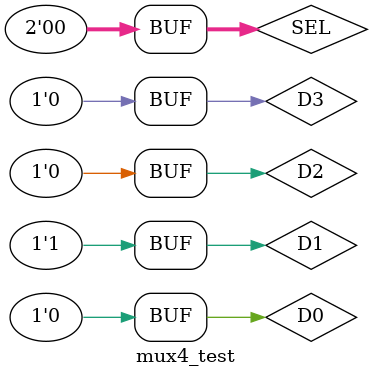
<source format=sv>
module mux4_test;
	logic D0;
	logic D1;
	logic D2;
	logic D3;
	logic [1:0] SEL;
	logic Z;
	
	mux4 m4 (.d0(D0),.d1(D1),.d2(D2),.d3(D3),.sel(SEL),.z(Z));
	
	initial begin
		D0 = 0;
		D1 = 1;
		D2 = 0;
		D3 = 0;
		SEL[0] = 0;
		SEL[1] = 0;
		
		#50
		
		D0 = 0;
		D1 = 1;
		D2 = 0;
		D3 = 0;
		SEL[0] = 1;
		SEL[1] = 0;
		
		#50
			
		D0 = 0;
		D1 = 1;
		D2 = 0;
		D3 = 0;
		SEL[0] = 0;
		SEL[1] = 0;

	end
	

endmodule

</source>
